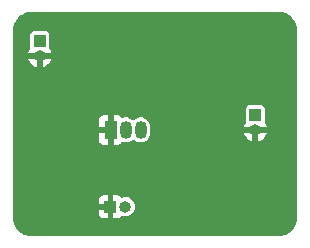
<source format=gbr>
%TF.GenerationSoftware,KiCad,Pcbnew,8.0.0*%
%TF.CreationDate,2024-04-01T19:04:45+08:00*%
%TF.ProjectId,tutorial file,7475746f-7269-4616-9c20-66696c652e6b,rev?*%
%TF.SameCoordinates,Original*%
%TF.FileFunction,Copper,L2,Bot*%
%TF.FilePolarity,Positive*%
%FSLAX46Y46*%
G04 Gerber Fmt 4.6, Leading zero omitted, Abs format (unit mm)*
G04 Created by KiCad (PCBNEW 8.0.0) date 2024-04-01 19:04:45*
%MOMM*%
%LPD*%
G01*
G04 APERTURE LIST*
%TA.AperFunction,ComponentPad*%
%ADD10R,1.050000X1.500000*%
%TD*%
%TA.AperFunction,ComponentPad*%
%ADD11O,1.050000X1.500000*%
%TD*%
%TA.AperFunction,ComponentPad*%
%ADD12R,1.000000X1.000000*%
%TD*%
%TA.AperFunction,ComponentPad*%
%ADD13O,1.000000X1.000000*%
%TD*%
G04 APERTURE END LIST*
D10*
%TO.P,Q1,1,E*%
%TO.N,GNDREF*%
X134747800Y-100500000D03*
D11*
%TO.P,Q1,2,B*%
%TO.N,Net-(Q1-B)*%
X136017800Y-100500000D03*
%TO.P,Q1,3,C*%
%TO.N,Net-(J3-Pin_2)*%
X137287800Y-100500000D03*
%TD*%
D12*
%TO.P,J3,1,Pin_1*%
%TO.N,GNDREF*%
X134730000Y-107000000D03*
D13*
%TO.P,J3,2,Pin_2*%
%TO.N,Net-(J3-Pin_2)*%
X136000000Y-107000000D03*
%TD*%
D12*
%TO.P,J2,1,Pin_1*%
%TO.N,Net-(J2-Pin_1)*%
X147000000Y-99230000D03*
D13*
%TO.P,J2,2,Pin_2*%
%TO.N,GNDREF*%
X147000000Y-100500000D03*
%TD*%
D12*
%TO.P,J1,1,Pin_1*%
%TO.N,Net-(J1-Pin_1)*%
X128744000Y-92938800D03*
D13*
%TO.P,J1,2,Pin_2*%
%TO.N,GNDREF*%
X128744000Y-94208800D03*
%TD*%
%TA.AperFunction,Conductor*%
%TO.N,GNDREF*%
G36*
X149004418Y-90500816D02*
G01*
X149204561Y-90515130D01*
X149222063Y-90517647D01*
X149413797Y-90559355D01*
X149430755Y-90564334D01*
X149614609Y-90632909D01*
X149630701Y-90640259D01*
X149802904Y-90734288D01*
X149817784Y-90743849D01*
X149974867Y-90861441D01*
X149988237Y-90873027D01*
X150126972Y-91011762D01*
X150138558Y-91025132D01*
X150256146Y-91182210D01*
X150265711Y-91197095D01*
X150359740Y-91369298D01*
X150367090Y-91385390D01*
X150435662Y-91569236D01*
X150440646Y-91586212D01*
X150482351Y-91777931D01*
X150484869Y-91795442D01*
X150499184Y-91995580D01*
X150499500Y-92004427D01*
X150499500Y-107995572D01*
X150499184Y-108004419D01*
X150484869Y-108204557D01*
X150482351Y-108222068D01*
X150440646Y-108413787D01*
X150435662Y-108430763D01*
X150367090Y-108614609D01*
X150359740Y-108630701D01*
X150265711Y-108802904D01*
X150256146Y-108817789D01*
X150138558Y-108974867D01*
X150126972Y-108988237D01*
X149988237Y-109126972D01*
X149974867Y-109138558D01*
X149817789Y-109256146D01*
X149802904Y-109265711D01*
X149630701Y-109359740D01*
X149614609Y-109367090D01*
X149430763Y-109435662D01*
X149413787Y-109440646D01*
X149222068Y-109482351D01*
X149204557Y-109484869D01*
X149023779Y-109497799D01*
X149004417Y-109499184D01*
X148995572Y-109499500D01*
X128004428Y-109499500D01*
X127995582Y-109499184D01*
X127973622Y-109497613D01*
X127795442Y-109484869D01*
X127777931Y-109482351D01*
X127586212Y-109440646D01*
X127569236Y-109435662D01*
X127385390Y-109367090D01*
X127369298Y-109359740D01*
X127197095Y-109265711D01*
X127182210Y-109256146D01*
X127025132Y-109138558D01*
X127011762Y-109126972D01*
X126873027Y-108988237D01*
X126861441Y-108974867D01*
X126743849Y-108817784D01*
X126734288Y-108802904D01*
X126640259Y-108630701D01*
X126632909Y-108614609D01*
X126572091Y-108451551D01*
X126564334Y-108430755D01*
X126559355Y-108413797D01*
X126517647Y-108222063D01*
X126515130Y-108204556D01*
X126500816Y-108004418D01*
X126500500Y-107995572D01*
X126500500Y-107250000D01*
X133730000Y-107250000D01*
X133730000Y-107547844D01*
X133736401Y-107607372D01*
X133736403Y-107607379D01*
X133786645Y-107742086D01*
X133786649Y-107742093D01*
X133872809Y-107857187D01*
X133872812Y-107857190D01*
X133987906Y-107943350D01*
X133987913Y-107943354D01*
X134122620Y-107993596D01*
X134122627Y-107993598D01*
X134182155Y-107999999D01*
X134182172Y-108000000D01*
X134480000Y-108000000D01*
X134480000Y-107250000D01*
X133730000Y-107250000D01*
X126500500Y-107250000D01*
X126500500Y-107046078D01*
X134380000Y-107046078D01*
X134403852Y-107135095D01*
X134449930Y-107214905D01*
X134515095Y-107280070D01*
X134594905Y-107326148D01*
X134683922Y-107350000D01*
X134776078Y-107350000D01*
X134865095Y-107326148D01*
X134944905Y-107280070D01*
X134980000Y-107244975D01*
X134980000Y-108000000D01*
X135277828Y-108000000D01*
X135277844Y-107999999D01*
X135337372Y-107993598D01*
X135337379Y-107993596D01*
X135472086Y-107943354D01*
X135472093Y-107943350D01*
X135587187Y-107857190D01*
X135587188Y-107857189D01*
X135623819Y-107808257D01*
X135679752Y-107766385D01*
X135749444Y-107761401D01*
X135764034Y-107765524D01*
X135820745Y-107785368D01*
X135820748Y-107785369D01*
X135999996Y-107805565D01*
X136000000Y-107805565D01*
X136000004Y-107805565D01*
X136179249Y-107785369D01*
X136179252Y-107785368D01*
X136179255Y-107785368D01*
X136349522Y-107725789D01*
X136502262Y-107629816D01*
X136629816Y-107502262D01*
X136725789Y-107349522D01*
X136785368Y-107179255D01*
X136790344Y-107135095D01*
X136805565Y-107000003D01*
X136805565Y-106999996D01*
X136785369Y-106820750D01*
X136785368Y-106820745D01*
X136725789Y-106650478D01*
X136629816Y-106497738D01*
X136502262Y-106370184D01*
X136349523Y-106274211D01*
X136179254Y-106214631D01*
X136179249Y-106214630D01*
X136000004Y-106194435D01*
X135999996Y-106194435D01*
X135820746Y-106214631D01*
X135820742Y-106214632D01*
X135764037Y-106234473D01*
X135694259Y-106238034D01*
X135633632Y-106203304D01*
X135623818Y-106191742D01*
X135587186Y-106142809D01*
X135472093Y-106056649D01*
X135472086Y-106056645D01*
X135337379Y-106006403D01*
X135337372Y-106006401D01*
X135277844Y-106000000D01*
X134980000Y-106000000D01*
X134980000Y-106755025D01*
X134944905Y-106719930D01*
X134865095Y-106673852D01*
X134776078Y-106650000D01*
X134683922Y-106650000D01*
X134594905Y-106673852D01*
X134515095Y-106719930D01*
X134449930Y-106785095D01*
X134403852Y-106864905D01*
X134380000Y-106953922D01*
X134380000Y-107046078D01*
X126500500Y-107046078D01*
X126500500Y-106750000D01*
X133730000Y-106750000D01*
X134480000Y-106750000D01*
X134480000Y-106000000D01*
X134182155Y-106000000D01*
X134122627Y-106006401D01*
X134122620Y-106006403D01*
X133987913Y-106056645D01*
X133987906Y-106056649D01*
X133872812Y-106142809D01*
X133872809Y-106142812D01*
X133786649Y-106257906D01*
X133786645Y-106257913D01*
X133736403Y-106392620D01*
X133736401Y-106392627D01*
X133730000Y-106452155D01*
X133730000Y-106750000D01*
X126500500Y-106750000D01*
X126500500Y-101297844D01*
X133722800Y-101297844D01*
X133729201Y-101357372D01*
X133729203Y-101357379D01*
X133779445Y-101492086D01*
X133779449Y-101492093D01*
X133865609Y-101607187D01*
X133865612Y-101607190D01*
X133980706Y-101693350D01*
X133980713Y-101693354D01*
X134115420Y-101743596D01*
X134115427Y-101743598D01*
X134174955Y-101749999D01*
X134174972Y-101750000D01*
X134497800Y-101750000D01*
X134497800Y-100780330D01*
X134517545Y-100800075D01*
X134603055Y-100849444D01*
X134698430Y-100875000D01*
X134797170Y-100875000D01*
X134892545Y-100849444D01*
X134978055Y-100800075D01*
X134997800Y-100780330D01*
X134997800Y-101750000D01*
X135320628Y-101750000D01*
X135320644Y-101749999D01*
X135380172Y-101743598D01*
X135380179Y-101743596D01*
X135514886Y-101693354D01*
X135514888Y-101693352D01*
X135629990Y-101607188D01*
X135659825Y-101567332D01*
X135715757Y-101525460D01*
X135783285Y-101520024D01*
X135936492Y-101550500D01*
X135936495Y-101550500D01*
X136099107Y-101550500D01*
X136224987Y-101525460D01*
X136258589Y-101518776D01*
X136408821Y-101456548D01*
X136408823Y-101456547D01*
X136475969Y-101411680D01*
X136544025Y-101366208D01*
X136565119Y-101345113D01*
X136626440Y-101311629D01*
X136696131Y-101316612D01*
X136740480Y-101345113D01*
X136752739Y-101357372D01*
X136761577Y-101366210D01*
X136761579Y-101366211D01*
X136896776Y-101456547D01*
X136896780Y-101456549D01*
X136982592Y-101492093D01*
X137047011Y-101518776D01*
X137047015Y-101518776D01*
X137047016Y-101518777D01*
X137206492Y-101550500D01*
X137206495Y-101550500D01*
X137369107Y-101550500D01*
X137494987Y-101525460D01*
X137528589Y-101518776D01*
X137678821Y-101456548D01*
X137678823Y-101456547D01*
X137745969Y-101411680D01*
X137814025Y-101366208D01*
X137929008Y-101251225D01*
X138019348Y-101116021D01*
X138081576Y-100965789D01*
X138097738Y-100884541D01*
X138113300Y-100806307D01*
X138113300Y-100750000D01*
X146030840Y-100750000D01*
X146071652Y-100884541D01*
X146164503Y-101058253D01*
X146164507Y-101058260D01*
X146289471Y-101210528D01*
X146441739Y-101335491D01*
X146615465Y-101428349D01*
X146750000Y-101469159D01*
X146750000Y-100750000D01*
X146030840Y-100750000D01*
X138113300Y-100750000D01*
X138113300Y-100249999D01*
X146030839Y-100249999D01*
X146030840Y-100250000D01*
X146755025Y-100250000D01*
X146719930Y-100285095D01*
X146673852Y-100364905D01*
X146650000Y-100453922D01*
X146650000Y-100546078D01*
X146673852Y-100635095D01*
X146719930Y-100714905D01*
X146785095Y-100780070D01*
X146864905Y-100826148D01*
X146953922Y-100850000D01*
X147046078Y-100850000D01*
X147135095Y-100826148D01*
X147214905Y-100780070D01*
X147244975Y-100750000D01*
X147250000Y-100750000D01*
X147250000Y-101469159D01*
X147384534Y-101428349D01*
X147558260Y-101335491D01*
X147710528Y-101210528D01*
X147835492Y-101058260D01*
X147835496Y-101058253D01*
X147928347Y-100884541D01*
X147969160Y-100750000D01*
X147250000Y-100750000D01*
X147244975Y-100750000D01*
X147280070Y-100714905D01*
X147326148Y-100635095D01*
X147350000Y-100546078D01*
X147350000Y-100453922D01*
X147326148Y-100364905D01*
X147280070Y-100285095D01*
X147244975Y-100250000D01*
X147969160Y-100250000D01*
X147969160Y-100249999D01*
X147928347Y-100115458D01*
X147835496Y-99941746D01*
X147835491Y-99941738D01*
X147818546Y-99921091D01*
X147791232Y-99856782D01*
X147798337Y-99809864D01*
X147795136Y-99808994D01*
X147797584Y-99799994D01*
X147797584Y-99799993D01*
X147797585Y-99799991D01*
X147800500Y-99774865D01*
X147800499Y-98685136D01*
X147800497Y-98685117D01*
X147797586Y-98660012D01*
X147797585Y-98660010D01*
X147797585Y-98660009D01*
X147752206Y-98557235D01*
X147672765Y-98477794D01*
X147672763Y-98477793D01*
X147569992Y-98432415D01*
X147544865Y-98429500D01*
X146455143Y-98429500D01*
X146455117Y-98429502D01*
X146430012Y-98432413D01*
X146430008Y-98432415D01*
X146327235Y-98477793D01*
X146247794Y-98557234D01*
X146202415Y-98660006D01*
X146202415Y-98660008D01*
X146199500Y-98685131D01*
X146199500Y-99774856D01*
X146199502Y-99774882D01*
X146202413Y-99799985D01*
X146204863Y-99808987D01*
X146201341Y-99809945D01*
X146208108Y-99861616D01*
X146181457Y-99921086D01*
X146164510Y-99941735D01*
X146164503Y-99941747D01*
X146071652Y-100115458D01*
X146030839Y-100249999D01*
X138113300Y-100249999D01*
X138113300Y-100193692D01*
X138081577Y-100034216D01*
X138081576Y-100034215D01*
X138081576Y-100034211D01*
X138080039Y-100030500D01*
X138019349Y-99883980D01*
X138019347Y-99883976D01*
X137929011Y-99748779D01*
X137929005Y-99748771D01*
X137814028Y-99633794D01*
X137814020Y-99633788D01*
X137678823Y-99543452D01*
X137678819Y-99543450D01*
X137528593Y-99481225D01*
X137528583Y-99481222D01*
X137369107Y-99449500D01*
X137369105Y-99449500D01*
X137206495Y-99449500D01*
X137206493Y-99449500D01*
X137047016Y-99481222D01*
X137047006Y-99481225D01*
X136896780Y-99543450D01*
X136896776Y-99543452D01*
X136761579Y-99633788D01*
X136761571Y-99633794D01*
X136740481Y-99654885D01*
X136679158Y-99688370D01*
X136609466Y-99683386D01*
X136565119Y-99654885D01*
X136544028Y-99633794D01*
X136544020Y-99633788D01*
X136408823Y-99543452D01*
X136408819Y-99543450D01*
X136258593Y-99481225D01*
X136258583Y-99481222D01*
X136099107Y-99449500D01*
X136099105Y-99449500D01*
X135936495Y-99449500D01*
X135936492Y-99449500D01*
X135783284Y-99479975D01*
X135713693Y-99473748D01*
X135659826Y-99432669D01*
X135629987Y-99392810D01*
X135629986Y-99392809D01*
X135514888Y-99306647D01*
X135514886Y-99306645D01*
X135380179Y-99256403D01*
X135380172Y-99256401D01*
X135320644Y-99250000D01*
X134997800Y-99250000D01*
X134997800Y-100219670D01*
X134978055Y-100199925D01*
X134892545Y-100150556D01*
X134797170Y-100125000D01*
X134698430Y-100125000D01*
X134603055Y-100150556D01*
X134517545Y-100199925D01*
X134497800Y-100219670D01*
X134497800Y-99250000D01*
X134174955Y-99250000D01*
X134115427Y-99256401D01*
X134115420Y-99256403D01*
X133980713Y-99306645D01*
X133980706Y-99306649D01*
X133865612Y-99392809D01*
X133865609Y-99392812D01*
X133779449Y-99507906D01*
X133779445Y-99507913D01*
X133729203Y-99642620D01*
X133729201Y-99642627D01*
X133722800Y-99702155D01*
X133722800Y-100250000D01*
X134467470Y-100250000D01*
X134447725Y-100269745D01*
X134398356Y-100355255D01*
X134372800Y-100450630D01*
X134372800Y-100549370D01*
X134398356Y-100644745D01*
X134447725Y-100730255D01*
X134467470Y-100750000D01*
X133722800Y-100750000D01*
X133722800Y-101297844D01*
X126500500Y-101297844D01*
X126500500Y-94458800D01*
X127774840Y-94458800D01*
X127815652Y-94593341D01*
X127908503Y-94767053D01*
X127908507Y-94767060D01*
X128033471Y-94919328D01*
X128185739Y-95044291D01*
X128359465Y-95137149D01*
X128494000Y-95177959D01*
X128494000Y-94458800D01*
X127774840Y-94458800D01*
X126500500Y-94458800D01*
X126500500Y-93958799D01*
X127774839Y-93958799D01*
X127774840Y-93958800D01*
X128499025Y-93958800D01*
X128463930Y-93993895D01*
X128417852Y-94073705D01*
X128394000Y-94162722D01*
X128394000Y-94254878D01*
X128417852Y-94343895D01*
X128463930Y-94423705D01*
X128529095Y-94488870D01*
X128608905Y-94534948D01*
X128697922Y-94558800D01*
X128790078Y-94558800D01*
X128879095Y-94534948D01*
X128958905Y-94488870D01*
X128988975Y-94458800D01*
X128994000Y-94458800D01*
X128994000Y-95177959D01*
X129128534Y-95137149D01*
X129302260Y-95044291D01*
X129454528Y-94919328D01*
X129579492Y-94767060D01*
X129579496Y-94767053D01*
X129672347Y-94593341D01*
X129713160Y-94458800D01*
X128994000Y-94458800D01*
X128988975Y-94458800D01*
X129024070Y-94423705D01*
X129070148Y-94343895D01*
X129094000Y-94254878D01*
X129094000Y-94162722D01*
X129070148Y-94073705D01*
X129024070Y-93993895D01*
X128988975Y-93958800D01*
X129713160Y-93958800D01*
X129713160Y-93958799D01*
X129672347Y-93824258D01*
X129579496Y-93650546D01*
X129579491Y-93650538D01*
X129562546Y-93629891D01*
X129535232Y-93565582D01*
X129542337Y-93518664D01*
X129539136Y-93517794D01*
X129541584Y-93508794D01*
X129541584Y-93508793D01*
X129541585Y-93508791D01*
X129544500Y-93483665D01*
X129544499Y-92393936D01*
X129544497Y-92393917D01*
X129541586Y-92368812D01*
X129541585Y-92368810D01*
X129541585Y-92368809D01*
X129496206Y-92266035D01*
X129416765Y-92186594D01*
X129416763Y-92186593D01*
X129313992Y-92141215D01*
X129288865Y-92138300D01*
X128199143Y-92138300D01*
X128199117Y-92138302D01*
X128174012Y-92141213D01*
X128174008Y-92141215D01*
X128071235Y-92186593D01*
X127991794Y-92266034D01*
X127946415Y-92368806D01*
X127946415Y-92368808D01*
X127943500Y-92393931D01*
X127943500Y-93483656D01*
X127943502Y-93483682D01*
X127946413Y-93508785D01*
X127948863Y-93517787D01*
X127945341Y-93518745D01*
X127952108Y-93570416D01*
X127925457Y-93629886D01*
X127908510Y-93650535D01*
X127908503Y-93650547D01*
X127815652Y-93824258D01*
X127774839Y-93958799D01*
X126500500Y-93958799D01*
X126500500Y-92004427D01*
X126500816Y-91995581D01*
X126515130Y-91795443D01*
X126515131Y-91795442D01*
X126515130Y-91795436D01*
X126517646Y-91777938D01*
X126559356Y-91586199D01*
X126564333Y-91569248D01*
X126632911Y-91385385D01*
X126640259Y-91369298D01*
X126702815Y-91254734D01*
X126734291Y-91197089D01*
X126743845Y-91182221D01*
X126861448Y-91025123D01*
X126873020Y-91011769D01*
X127011769Y-90873020D01*
X127025123Y-90861448D01*
X127182221Y-90743845D01*
X127197089Y-90734291D01*
X127369298Y-90640258D01*
X127385385Y-90632911D01*
X127569248Y-90564333D01*
X127586199Y-90559356D01*
X127777938Y-90517646D01*
X127795436Y-90515130D01*
X127995582Y-90500816D01*
X128004428Y-90500500D01*
X128065892Y-90500500D01*
X148934108Y-90500500D01*
X148995572Y-90500500D01*
X149004418Y-90500816D01*
G37*
%TD.AperFunction*%
%TD*%
M02*

</source>
